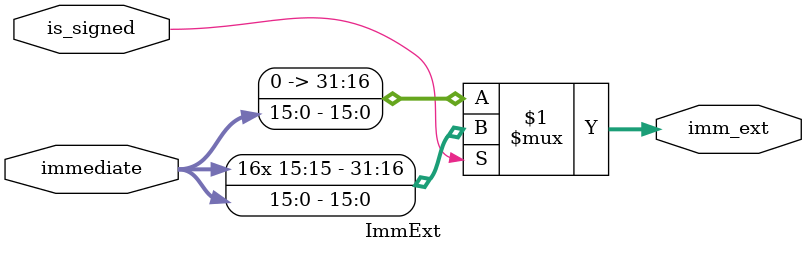
<source format=v>
/*
 * @file src/core/immext.v
 * @author Artin Zarei/Mohsen Mirzaei
 * @brief signed and unsigned extension.
 */

module ImmExt (
    input wire [15:0] immediate,
    input wire is_signed,
    output wire [31:0] imm_ext
);

    assign imm_ext = is_signed ? {{16{immediate[15]}}, immediate} : {16'b0, immediate};

endmodule

</source>
